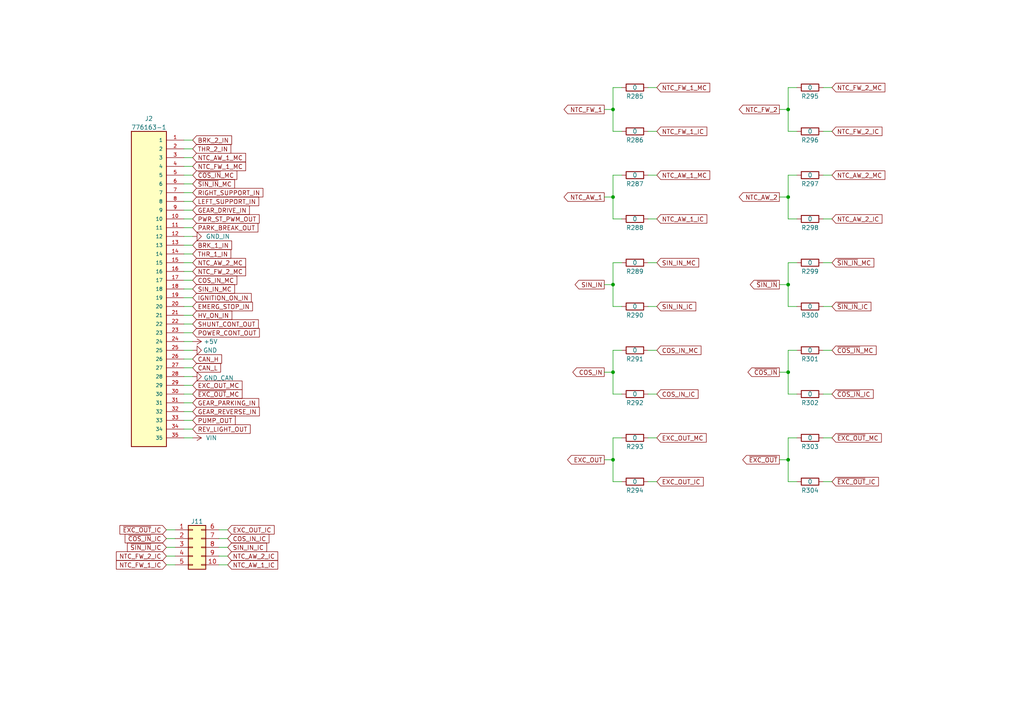
<source format=kicad_sch>
(kicad_sch (version 20250114) (generator "eeschema") (generator_version "9.0")
  (paper "A4")
  (title_block (comment 1 "НВЦТ.EVP150-2-1.3000.100 Э3"))
  (lib_symbols
    (symbol "Connector_Generic:Conn_02x05_Top_Bottom" (pin_names (offset 1.016) (hide yes))
      (property "Reference" "J" (at 1.27 7.62 0))
      (property "Value" "Conn_02x05_Top_Bottom" (at 1.27 -7.62 0))
      (symbol "Conn_02x05_Top_Bottom_1_1"
        (rectangle (start -1.27 6.35) (end 3.81 -6.35) (stroke (width 0.254)) (fill (type background)))
        (rectangle (start -1.27 5.207) (end 0 4.953) (stroke (width 0.1524)))
        (rectangle (start -1.27 2.667) (end 0 2.413) (stroke (width 0.1524)))
        (rectangle (start -1.27 0.127) (end 0 -0.127) (stroke (width 0.1524)))
        (rectangle (start -1.27 -2.413) (end 0 -2.667) (stroke (width 0.1524)))
        (rectangle (start -1.27 -4.953) (end 0 -5.207) (stroke (width 0.1524)))
        (rectangle (start 3.81 5.207) (end 2.54 4.953) (stroke (width 0.1524)))
        (rectangle (start 3.81 2.667) (end 2.54 2.413) (stroke (width 0.1524)))
        (rectangle (start 3.81 0.127) (end 2.54 -0.127) (stroke (width 0.1524)))
        (rectangle (start 3.81 -2.413) (end 2.54 -2.667) (stroke (width 0.1524)))
        (rectangle (start 3.81 -4.953) (end 2.54 -5.207) (stroke (width 0.1524)))
        (pin passive line (at -5.08 5.08 0) (length 3.81) (name "Pin_1") (number "1"))
        (pin passive line (at -5.08 2.54 0) (length 3.81) (name "Pin_2") (number "2"))
        (pin passive line (at -5.08 0 0) (length 3.81) (name "Pin_3") (number "3"))
        (pin passive line (at -5.08 -2.54 0) (length 3.81) (name "Pin_4") (number "4"))
        (pin passive line (at -5.08 -5.08 0) (length 3.81) (name "Pin_5") (number "5"))
        (pin passive line (at 7.62 5.08 180) (length 3.81) (name "Pin_6") (number "6"))
        (pin passive line (at 7.62 2.54 180) (length 3.81) (name "Pin_7") (number "7"))
        (pin passive line (at 7.62 0 180) (length 3.81) (name "Pin_8") (number "8"))
        (pin passive line (at 7.62 -2.54 180) (length 3.81) (name "Pin_9") (number "9"))
        (pin passive line (at 7.62 -5.08 180) (length 3.81) (name "Pin_10") (number "10"))
      )
    )
    (symbol "Device:R" (pin_numbers (hide yes)) (pin_names (offset 0))
      (property "Reference" "R" (at 2.032 0 90))
      (property "Value" "R" (at 0 0 90))
      (symbol "R_0_1"
        (rectangle (start -1.016 -2.54) (end 1.016 2.54) (stroke (width 0.254)))
      )
      (symbol "R_1_1"
        (pin passive line (at 0 3.81 270) (length 1.27) (name "~") (number "1"))
        (pin passive line (at 0 -3.81 90) (length 1.27) (name "~") (number "2"))
      )
    )
    (symbol "MyLibrary:VIN" (power) (pin_names (offset 0))
      (property "Value" "VIN" (at 0 3.81 0))
      (symbol "VIN_0_1"
        (polyline (pts (xy -0.762 1.27) (xy 0 2.54)))
        (polyline (pts (xy 0 2.54) (xy 0.762 1.27)))
        (polyline (pts (xy 0 0) (xy 0 2.54)))
      )
      (symbol "VIN_1_1"
        (pin power_in line (at 0 0 90) (length 0) (hide yes) (name "VIN") (number "1"))
      )
    )
    (symbol "Project_Library:776163-1" (pin_names (offset 1.016))
      (property "Reference" "J" (at -5.334 46.3042 0))
      (property "Value" "776163-1" (at -5.08 -50.8254 0))
      (symbol "776163-1_0_0"
        (rectangle (start -5.08 -45.72) (end 5.08 45.72) (stroke (width 0.254)) (fill (type background)))
        (pin passive line (at 10.16 43.18 180) (length 5.08) (name "1") (number "1"))
        (pin passive line (at 10.16 40.64 180) (length 5.08) (name "2") (number "2"))
        (pin passive line (at 10.16 38.1 180) (length 5.08) (name "3") (number "3"))
        (pin passive line (at 10.16 35.56 180) (length 5.08) (name "4") (number "4"))
        (pin passive line (at 10.16 33.02 180) (length 5.08) (name "5") (number "5"))
        (pin passive line (at 10.16 30.48 180) (length 5.08) (name "6") (number "6"))
        (pin passive line (at 10.16 27.94 180) (length 5.08) (name "7") (number "7"))
        (pin passive line (at 10.16 25.4 180) (length 5.08) (name "8") (number "8"))
        (pin passive line (at 10.16 22.86 180) (length 5.08) (name "9") (number "9"))
        (pin passive line (at 10.16 20.32 180) (length 5.08) (name "10") (number "10"))
        (pin passive line (at 10.16 17.78 180) (length 5.08) (name "11") (number "11"))
        (pin passive line (at 10.16 15.24 180) (length 5.08) (name "12") (number "12"))
        (pin passive line (at 10.16 12.7 180) (length 5.08) (name "13") (number "13"))
        (pin passive line (at 10.16 10.16 180) (length 5.08) (name "14") (number "14"))
        (pin passive line (at 10.16 7.62 180) (length 5.08) (name "15") (number "15"))
        (pin passive line (at 10.16 5.08 180) (length 5.08) (name "16") (number "16"))
        (pin passive line (at 10.16 2.54 180) (length 5.08) (name "17") (number "17"))
        (pin passive line (at 10.16 0 180) (length 5.08) (name "18") (number "18"))
        (pin passive line (at 10.16 -2.54 180) (length 5.08) (name "19") (number "19"))
        (pin passive line (at 10.16 -5.08 180) (length 5.08) (name "20") (number "20"))
        (pin passive line (at 10.16 -7.62 180) (length 5.08) (name "21") (number "21"))
        (pin passive line (at 10.16 -10.16 180) (length 5.08) (name "22") (number "22"))
        (pin passive line (at 10.16 -12.7 180) (length 5.08) (name "23") (number "23"))
        (pin passive line (at 10.16 -15.24 180) (length 5.08) (name "24") (number "24"))
        (pin passive line (at 10.16 -17.78 180) (length 5.08) (name "25") (number "25"))
        (pin passive line (at 10.16 -20.32 180) (length 5.08) (name "26") (number "26"))
        (pin passive line (at 10.16 -22.86 180) (length 5.08) (name "27") (number "27"))
        (pin passive line (at 10.16 -25.4 180) (length 5.08) (name "28") (number "28"))
        (pin passive line (at 10.16 -27.94 180) (length 5.08) (name "29") (number "29"))
        (pin passive line (at 10.16 -30.48 180) (length 5.08) (name "30") (number "30"))
        (pin passive line (at 10.16 -33.02 180) (length 5.08) (name "31") (number "31"))
        (pin passive line (at 10.16 -35.56 180) (length 5.08) (name "32") (number "32"))
        (pin passive line (at 10.16 -38.1 180) (length 5.08) (name "33") (number "33"))
        (pin passive line (at 10.16 -40.64 180) (length 5.08) (name "34") (number "34"))
        (pin passive line (at 10.16 -43.18 180) (length 5.08) (name "35") (number "35"))
      )
    )
    (symbol "Project_Library:GND_CAN" (power) (pin_names (offset 0))
      (property "Value" "GND_CAN" (at 0 -3.81 0))
      (symbol "GND_CAN_0_1"
        (polyline (pts (xy 0 0) (xy 0 -1.27) (xy 1.27 -1.27) (xy 0 -2.54) (xy -1.27 -1.27) (xy 0 -1.27)))
      )
      (symbol "GND_CAN_1_1"
        (pin power_in line (at 0 0 270) (length 0) (hide yes) (name "GND_CAN") (number "1"))
      )
    )
    (symbol "Project_Library:GND_IN" (power) (pin_names (offset 0))
      (property "Value" "GND_IN" (at 0 -3.81 0))
      (symbol "GND_IN_0_1"
        (polyline (pts (xy 0 0) (xy 0 -1.27) (xy 1.27 -1.27) (xy 0 -2.54) (xy -1.27 -1.27) (xy 0 -1.27)))
      )
      (symbol "GND_IN_1_1"
        (pin power_in line (at 0 0 270) (length 0) (hide yes) (name "GND_IN") (number "1"))
      )
    )
    (symbol "power:+5V" (power) (pin_names (offset 0))
      (property "Value" "+5V" (at 0 3.556 0))
      (symbol "+5V_0_1"
        (polyline (pts (xy -0.762 1.27) (xy 0 2.54)))
        (polyline (pts (xy 0 2.54) (xy 0.762 1.27)))
        (polyline (pts (xy 0 0) (xy 0 2.54)))
      )
      (symbol "+5V_1_1"
        (pin power_in line (at 0 0 90) (length 0) (hide yes) (name "+5V") (number "1"))
      )
    )
    (symbol "power:GND" (power) (pin_names (offset 0))
      (property "Value" "GND" (at 0 -3.81 0))
      (symbol "GND_0_1"
        (polyline (pts (xy 0 0) (xy 0 -1.27) (xy 1.27 -1.27) (xy 0 -2.54) (xy -1.27 -1.27) (xy 0 -1.27)))
      )
      (symbol "GND_1_1"
        (pin power_in line (at 0 0 270) (length 0) (hide yes) (name "GND") (number "1"))
      )
    )
  )
  (junction (at 177.8 57.15))
  (junction (at 177.8 82.55))
  (junction (at 228.6 107.95))
  (junction (at 177.8 31.75))
  (junction (at 228.6 133.35))
  (junction (at 228.6 31.75))
  (junction (at 228.6 82.55))
  (junction (at 177.8 107.95))
  (junction (at 177.8 133.35))
  (junction (at 228.6 57.15))
  (wire (pts (xy 180.34 76.2) (xy 177.8 76.2)))
  (wire (pts (xy 226.06 107.95) (xy 228.6 107.95)))
  (wire (pts (xy 53.34 116.84) (xy 55.88 116.84)))
  (wire (pts (xy 53.34 119.38) (xy 55.88 119.38)))
  (wire (pts (xy 226.06 57.15) (xy 228.6 57.15)))
  (wire (pts (xy 53.34 53.34) (xy 55.88 53.34)))
  (wire (pts (xy 53.34 99.06) (xy 55.88 99.06)))
  (wire (pts (xy 53.34 68.58) (xy 55.88 68.58)))
  (wire (pts (xy 53.34 63.5) (xy 55.88 63.5)))
  (wire (pts (xy 53.34 96.52) (xy 55.88 96.52)))
  (wire (pts (xy 231.14 50.8) (xy 228.6 50.8)))
  (wire (pts (xy 177.8 57.15) (xy 177.8 63.5)))
  (wire (pts (xy 180.34 101.6) (xy 177.8 101.6)))
  (wire (pts (xy 53.34 40.64) (xy 55.88 40.64)))
  (wire (pts (xy 177.8 101.6) (xy 177.8 107.95)))
  (wire (pts (xy 228.6 76.2) (xy 228.6 82.55)))
  (wire (pts (xy 175.26 107.95) (xy 177.8 107.95)))
  (wire (pts (xy 187.96 88.9) (xy 190.5 88.9)))
  (wire (pts (xy 63.5 161.29) (xy 66.04 161.29)))
  (wire (pts (xy 226.06 31.75) (xy 228.6 31.75)))
  (wire (pts (xy 177.8 127) (xy 177.8 133.35)))
  (wire (pts (xy 48.26 156.21) (xy 50.8 156.21)))
  (wire (pts (xy 53.34 106.68) (xy 55.88 106.68)))
  (wire (pts (xy 228.6 114.3) (xy 231.14 114.3)))
  (wire (pts (xy 238.76 139.7) (xy 241.3 139.7)))
  (wire (pts (xy 187.96 101.6) (xy 190.5 101.6)))
  (wire (pts (xy 226.06 133.35) (xy 228.6 133.35)))
  (wire (pts (xy 228.6 82.55) (xy 228.6 88.9)))
  (wire (pts (xy 48.26 158.75) (xy 50.8 158.75)))
  (wire (pts (xy 187.96 25.4) (xy 190.5 25.4)))
  (wire (pts (xy 187.96 114.3) (xy 190.5 114.3)))
  (wire (pts (xy 226.06 82.55) (xy 228.6 82.55)))
  (wire (pts (xy 63.5 156.21) (xy 66.04 156.21)))
  (wire (pts (xy 175.26 133.35) (xy 177.8 133.35)))
  (wire (pts (xy 228.6 63.5) (xy 231.14 63.5)))
  (wire (pts (xy 53.34 124.46) (xy 55.88 124.46)))
  (wire (pts (xy 53.34 88.9) (xy 55.88 88.9)))
  (wire (pts (xy 228.6 88.9) (xy 231.14 88.9)))
  (wire (pts (xy 53.34 111.76) (xy 55.88 111.76)))
  (wire (pts (xy 228.6 57.15) (xy 228.6 63.5)))
  (wire (pts (xy 53.34 73.66) (xy 55.88 73.66)))
  (wire (pts (xy 53.34 101.6) (xy 55.88 101.6)))
  (wire (pts (xy 53.34 66.04) (xy 55.88 66.04)))
  (wire (pts (xy 180.34 127) (xy 177.8 127)))
  (wire (pts (xy 180.34 25.4) (xy 177.8 25.4)))
  (wire (pts (xy 228.6 31.75) (xy 228.6 38.1)))
  (wire (pts (xy 53.34 60.96) (xy 55.88 60.96)))
  (wire (pts (xy 177.8 114.3) (xy 180.34 114.3)))
  (wire (pts (xy 177.8 25.4) (xy 177.8 31.75)))
  (wire (pts (xy 177.8 139.7) (xy 180.34 139.7)))
  (wire (pts (xy 53.34 121.92) (xy 55.88 121.92)))
  (wire (pts (xy 177.8 63.5) (xy 180.34 63.5)))
  (wire (pts (xy 238.76 127) (xy 241.3 127)))
  (wire (pts (xy 53.34 43.18) (xy 55.88 43.18)))
  (wire (pts (xy 53.34 114.3) (xy 55.88 114.3)))
  (wire (pts (xy 187.96 50.8) (xy 190.5 50.8)))
  (wire (pts (xy 231.14 76.2) (xy 228.6 76.2)))
  (wire (pts (xy 231.14 101.6) (xy 228.6 101.6)))
  (wire (pts (xy 180.34 50.8) (xy 177.8 50.8)))
  (wire (pts (xy 48.26 161.29) (xy 50.8 161.29)))
  (wire (pts (xy 53.34 50.8) (xy 55.88 50.8)))
  (wire (pts (xy 228.6 139.7) (xy 231.14 139.7)))
  (wire (pts (xy 177.8 107.95) (xy 177.8 114.3)))
  (wire (pts (xy 187.96 139.7) (xy 190.5 139.7)))
  (wire (pts (xy 53.34 58.42) (xy 55.88 58.42)))
  (wire (pts (xy 63.5 163.83) (xy 66.04 163.83)))
  (wire (pts (xy 175.26 31.75) (xy 177.8 31.75)))
  (wire (pts (xy 53.34 109.22) (xy 55.88 109.22)))
  (wire (pts (xy 228.6 127) (xy 228.6 133.35)))
  (wire (pts (xy 175.26 82.55) (xy 177.8 82.55)))
  (wire (pts (xy 53.34 81.28) (xy 55.88 81.28)))
  (wire (pts (xy 63.5 158.75) (xy 66.04 158.75)))
  (wire (pts (xy 63.5 153.67) (xy 66.04 153.67)))
  (wire (pts (xy 53.34 76.2) (xy 55.88 76.2)))
  (wire (pts (xy 53.34 55.88) (xy 55.88 55.88)))
  (wire (pts (xy 53.34 127) (xy 55.88 127)))
  (wire (pts (xy 228.6 38.1) (xy 231.14 38.1)))
  (wire (pts (xy 48.26 153.67) (xy 50.8 153.67)))
  (wire (pts (xy 228.6 50.8) (xy 228.6 57.15)))
  (wire (pts (xy 177.8 31.75) (xy 177.8 38.1)))
  (wire (pts (xy 53.34 45.72) (xy 55.88 45.72)))
  (wire (pts (xy 238.76 88.9) (xy 241.3 88.9)))
  (wire (pts (xy 231.14 127) (xy 228.6 127)))
  (wire (pts (xy 53.34 71.12) (xy 55.88 71.12)))
  (wire (pts (xy 48.26 163.83) (xy 50.8 163.83)))
  (wire (pts (xy 238.76 50.8) (xy 241.3 50.8)))
  (wire (pts (xy 53.34 48.26) (xy 55.88 48.26)))
  (wire (pts (xy 177.8 88.9) (xy 180.34 88.9)))
  (wire (pts (xy 53.34 86.36) (xy 55.88 86.36)))
  (wire (pts (xy 228.6 25.4) (xy 228.6 31.75)))
  (wire (pts (xy 177.8 82.55) (xy 177.8 88.9)))
  (wire (pts (xy 53.34 78.74) (xy 55.88 78.74)))
  (wire (pts (xy 177.8 76.2) (xy 177.8 82.55)))
  (wire (pts (xy 228.6 101.6) (xy 228.6 107.95)))
  (wire (pts (xy 187.96 63.5) (xy 190.5 63.5)))
  (wire (pts (xy 238.76 25.4) (xy 241.3 25.4)))
  (wire (pts (xy 175.26 57.15) (xy 177.8 57.15)))
  (wire (pts (xy 187.96 127) (xy 190.5 127)))
  (wire (pts (xy 238.76 114.3) (xy 241.3 114.3)))
  (wire (pts (xy 53.34 91.44) (xy 55.88 91.44)))
  (wire (pts (xy 228.6 133.35) (xy 228.6 139.7)))
  (wire (pts (xy 238.76 76.2) (xy 241.3 76.2)))
  (wire (pts (xy 53.34 104.14) (xy 55.88 104.14)))
  (wire (pts (xy 238.76 101.6) (xy 241.3 101.6)))
  (wire (pts (xy 238.76 63.5) (xy 241.3 63.5)))
  (wire (pts (xy 228.6 107.95) (xy 228.6 114.3)))
  (wire (pts (xy 53.34 83.82) (xy 55.88 83.82)))
  (wire (pts (xy 187.96 76.2) (xy 190.5 76.2)))
  (wire (pts (xy 177.8 50.8) (xy 177.8 57.15)))
  (wire (pts (xy 53.34 93.98) (xy 55.88 93.98)))
  (wire (pts (xy 231.14 25.4) (xy 228.6 25.4)))
  (wire (pts (xy 177.8 38.1) (xy 180.34 38.1)))
  (wire (pts (xy 238.76 38.1) (xy 241.3 38.1)))
  (wire (pts (xy 177.8 133.35) (xy 177.8 139.7)))
  (wire (pts (xy 187.96 38.1) (xy 190.5 38.1)))
  (global_label "BRK_2_IN" (shape input) (at 55.88 40.64 0) (property "Intersheetrefs" "${INTERSHEET_REFS}" (effects (hide yes))))
  (global_label "GEAR_PARKING_IN" (shape input) (at 55.88 116.84 0) (property "Intersheetrefs" "${INTERSHEET_REFS}" (effects (hide yes))))
  (global_label "EXC_OUT_MC" (shape input) (at 190.5 127 0) (property "Intersheetrefs" "${INTERSHEET_REFS}" (effects (hide yes))))
  (global_label "~{COS_IN}_MC" (shape input) (at 241.3 101.6 0) (property "Intersheetrefs" "${INTERSHEET_REFS}" (effects (hide yes))))
  (global_label "NTC_FW_1_IC" (shape input) (at 48.26 163.83 180) (property "Intersheetrefs" "${INTERSHEET_REFS}" (effects (hide yes))))
  (global_label "NTC_AW_1_IC" (shape input) (at 190.5 63.5 0) (property "Intersheetrefs" "${INTERSHEET_REFS}" (effects (hide yes))))
  (global_label "~{SIN_IN}_IC" (shape input) (at 48.26 158.75 180) (property "Intersheetrefs" "${INTERSHEET_REFS}" (effects (hide yes))))
  (global_label "~{SIN_IN}" (shape output) (at 226.06 82.55 180) (property "Intersheetrefs" "${INTERSHEET_REFS}" (effects (hide yes))))
  (global_label "EXC_OUT_MC" (shape input) (at 55.88 111.76 0) (property "Intersheetrefs" "${INTERSHEET_REFS}" (effects (hide yes))))
  (global_label "GEAR_DRIVE_IN" (shape input) (at 55.88 60.96 0) (property "Intersheetrefs" "${INTERSHEET_REFS}" (effects (hide yes))))
  (global_label "COS_IN_IC" (shape input) (at 190.5 114.3 0) (property "Intersheetrefs" "${INTERSHEET_REFS}" (effects (hide yes))))
  (global_label "NTC_FW_2_IC" (shape input) (at 241.3 38.1 0) (property "Intersheetrefs" "${INTERSHEET_REFS}" (effects (hide yes))))
  (global_label "EXC_OUT" (shape output) (at 175.26 133.35 180) (property "Intersheetrefs" "${INTERSHEET_REFS}" (effects (hide yes))))
  (global_label "NTC_FW_1_IC" (shape input) (at 190.5 38.1 0) (property "Intersheetrefs" "${INTERSHEET_REFS}" (effects (hide yes))))
  (global_label "EMERG_STOP_IN" (shape input) (at 55.88 88.9 0) (property "Intersheetrefs" "${INTERSHEET_REFS}" (effects (hide yes))))
  (global_label "~{SIN_IN}_IC" (shape input) (at 241.3 88.9 0) (property "Intersheetrefs" "${INTERSHEET_REFS}" (effects (hide yes))))
  (global_label "NTC_AW_2_MC" (shape input) (at 55.88 76.2 0) (property "Intersheetrefs" "${INTERSHEET_REFS}" (effects (hide yes))))
  (global_label "GEAR_REVERSE_IN" (shape input) (at 55.88 119.38 0) (property "Intersheetrefs" "${INTERSHEET_REFS}" (effects (hide yes))))
  (global_label "IGNITION_ON_IN" (shape input) (at 55.88 86.36 0) (property "Intersheetrefs" "${INTERSHEET_REFS}" (effects (hide yes))))
  (global_label "NTC_FW_2_MC" (shape input) (at 55.88 78.74 0) (property "Intersheetrefs" "${INTERSHEET_REFS}" (effects (hide yes))))
  (global_label "~{EXC_OUT}_MC" (shape input) (at 241.3 127 0) (property "Intersheetrefs" "${INTERSHEET_REFS}" (effects (hide yes))))
  (global_label "~{COS_IN}_MC" (shape input) (at 55.88 50.8 0) (property "Intersheetrefs" "${INTERSHEET_REFS}" (effects (hide yes))))
  (global_label "POWER_CONT_OUT" (shape input) (at 55.88 96.52 0) (property "Intersheetrefs" "${INTERSHEET_REFS}" (effects (hide yes))))
  (global_label "CAN_L" (shape input) (at 55.88 106.68 0) (property "Intersheetrefs" "${INTERSHEET_REFS}" (effects (hide yes))))
  (global_label "SIN_IN_MC" (shape input) (at 190.5 76.2 0) (property "Intersheetrefs" "${INTERSHEET_REFS}" (effects (hide yes))))
  (global_label "HV_ON_IN" (shape input) (at 55.88 91.44 0) (property "Intersheetrefs" "${INTERSHEET_REFS}" (effects (hide yes))))
  (global_label "NTC_AW_1_MC" (shape input) (at 55.88 45.72 0) (property "Intersheetrefs" "${INTERSHEET_REFS}" (effects (hide yes))))
  (global_label "EXC_OUT_IC" (shape input) (at 190.5 139.7 0) (property "Intersheetrefs" "${INTERSHEET_REFS}" (effects (hide yes))))
  (global_label "SHUNT_CONT_OUT" (shape input) (at 55.88 93.98 0) (property "Intersheetrefs" "${INTERSHEET_REFS}" (effects (hide yes))))
  (global_label "NTC_FW_1" (shape output) (at 175.26 31.75 180) (property "Intersheetrefs" "${INTERSHEET_REFS}" (effects (hide yes))))
  (global_label "NTC_AW_2" (shape output) (at 226.06 57.15 180) (property "Intersheetrefs" "${INTERSHEET_REFS}" (effects (hide yes))))
  (global_label "NTC_FW_2" (shape output) (at 226.06 31.75 180) (property "Intersheetrefs" "${INTERSHEET_REFS}" (effects (hide yes))))
  (global_label "EXC_OUT_IC" (shape input) (at 66.04 153.67 0) (property "Intersheetrefs" "${INTERSHEET_REFS}" (effects (hide yes))))
  (global_label "PWR_ST_PWM_OUT" (shape input) (at 55.88 63.5 0) (property "Intersheetrefs" "${INTERSHEET_REFS}" (effects (hide yes))))
  (global_label "COS_IN_MC" (shape input) (at 55.88 81.28 0) (property "Intersheetrefs" "${INTERSHEET_REFS}" (effects (hide yes))))
  (global_label "SIN_IN_MC" (shape input) (at 55.88 83.82 0) (property "Intersheetrefs" "${INTERSHEET_REFS}" (effects (hide yes))))
  (global_label "~{EXC_OUT}" (shape output) (at 226.06 133.35 180) (property "Intersheetrefs" "${INTERSHEET_REFS}" (effects (hide yes))))
  (global_label "BRK_1_IN" (shape input) (at 55.88 71.12 0) (property "Intersheetrefs" "${INTERSHEET_REFS}" (effects (hide yes))))
  (global_label "~{COS_IN}_IC" (shape input) (at 241.3 114.3 0) (property "Intersheetrefs" "${INTERSHEET_REFS}" (effects (hide yes))))
  (global_label "THR_1_IN" (shape input) (at 55.88 73.66 0) (property "Intersheetrefs" "${INTERSHEET_REFS}" (effects (hide yes))))
  (global_label "NTC_AW_2_IC" (shape input) (at 66.04 161.29 0) (property "Intersheetrefs" "${INTERSHEET_REFS}" (effects (hide yes))))
  (global_label "~{COS_IN}_IC" (shape input) (at 48.26 156.21 180) (property "Intersheetrefs" "${INTERSHEET_REFS}" (effects (hide yes))))
  (global_label "COS_IN_MC" (shape input) (at 190.5 101.6 0) (property "Intersheetrefs" "${INTERSHEET_REFS}" (effects (hide yes))))
  (global_label "NTC_AW_1_MC" (shape input) (at 190.5 50.8 0) (property "Intersheetrefs" "${INTERSHEET_REFS}" (effects (hide yes))))
  (global_label "NTC_FW_2_IC" (shape input) (at 48.26 161.29 180) (property "Intersheetrefs" "${INTERSHEET_REFS}" (effects (hide yes))))
  (global_label "PARK_BREAK_OUT" (shape input) (at 55.88 66.04 0) (property "Intersheetrefs" "${INTERSHEET_REFS}" (effects (hide yes))))
  (global_label "SIN_IN" (shape output) (at 175.26 82.55 180) (property "Intersheetrefs" "${INTERSHEET_REFS}" (effects (hide yes))))
  (global_label "COS_IN_IC" (shape input) (at 66.04 156.21 0) (property "Intersheetrefs" "${INTERSHEET_REFS}" (effects (hide yes))))
  (global_label "NTC_AW_2_MC" (shape input) (at 241.3 50.8 0) (property "Intersheetrefs" "${INTERSHEET_REFS}" (effects (hide yes))))
  (global_label "REV_LIGHT_OUT" (shape input) (at 55.88 124.46 0) (property "Intersheetrefs" "${INTERSHEET_REFS}" (effects (hide yes))))
  (global_label "PUMP_OUT" (shape input) (at 55.88 121.92 0) (property "Intersheetrefs" "${INTERSHEET_REFS}" (effects (hide yes))))
  (global_label "NTC_AW_1_IC" (shape input) (at 66.04 163.83 0) (property "Intersheetrefs" "${INTERSHEET_REFS}" (effects (hide yes))))
  (global_label "SIN_IN_IC" (shape input) (at 66.04 158.75 0) (property "Intersheetrefs" "${INTERSHEET_REFS}" (effects (hide yes))))
  (global_label "LEFT_SUPPORT_IN" (shape input) (at 55.88 58.42 0) (property "Intersheetrefs" "${INTERSHEET_REFS}" (effects (hide yes))))
  (global_label "~{SIN_IN}_MC" (shape input) (at 241.3 76.2 0) (property "Intersheetrefs" "${INTERSHEET_REFS}" (effects (hide yes))))
  (global_label "NTC_FW_1_MC" (shape input) (at 190.5 25.4 0) (property "Intersheetrefs" "${INTERSHEET_REFS}" (effects (hide yes))))
  (global_label "NTC_AW_2_IC" (shape input) (at 241.3 63.5 0) (property "Intersheetrefs" "${INTERSHEET_REFS}" (effects (hide yes))))
  (global_label "~{COS_IN}" (shape output) (at 226.06 107.95 180) (property "Intersheetrefs" "${INTERSHEET_REFS}" (effects (hide yes))))
  (global_label "COS_IN" (shape output) (at 175.26 107.95 180) (property "Intersheetrefs" "${INTERSHEET_REFS}" (effects (hide yes))))
  (global_label "RIGHT_SUPPORT_IN" (shape input) (at 55.88 55.88 0) (property "Intersheetrefs" "${INTERSHEET_REFS}" (effects (hide yes))))
  (global_label "~{EXC_OUT}_IC" (shape input) (at 48.26 153.67 180) (property "Intersheetrefs" "${INTERSHEET_REFS}" (effects (hide yes))))
  (global_label "SIN_IN_IC" (shape input) (at 190.5 88.9 0) (property "Intersheetrefs" "${INTERSHEET_REFS}" (effects (hide yes))))
  (global_label "NTC_FW_1_MC" (shape input) (at 55.88 48.26 0) (property "Intersheetrefs" "${INTERSHEET_REFS}" (effects (hide yes))))
  (global_label "~{SIN_IN}_MC" (shape input) (at 55.88 53.34 0) (property "Intersheetrefs" "${INTERSHEET_REFS}" (effects (hide yes))))
  (global_label "NTC_FW_2_MC" (shape input) (at 241.3 25.4 0) (property "Intersheetrefs" "${INTERSHEET_REFS}" (effects (hide yes))))
  (global_label "CAN_H" (shape input) (at 55.88 104.14 0) (property "Intersheetrefs" "${INTERSHEET_REFS}" (effects (hide yes))))
  (global_label "NTC_AW_1" (shape output) (at 175.26 57.15 180) (property "Intersheetrefs" "${INTERSHEET_REFS}" (effects (hide yes))))
  (global_label "THR_2_IN" (shape input) (at 55.88 43.18 0) (property "Intersheetrefs" "${INTERSHEET_REFS}" (effects (hide yes))))
  (global_label "~{EXC_OUT}_IC" (shape input) (at 241.3 139.7 0) (property "Intersheetrefs" "${INTERSHEET_REFS}" (effects (hide yes))))
  (global_label "~{EXC_OUT}_MC" (shape input) (at 55.88 114.3 0) (property "Intersheetrefs" "${INTERSHEET_REFS}" (effects (hide yes))))
  (symbol (lib_id "Device:R") (at 234.95 88.9 90) (unit 1)
    (property "Reference" "R300" (at 234.95 91.44 90))
    (property "Value" "0" (at 234.95 88.9 90))
    (property "Footprint" "Resistor_SMD:R_0603_1608Metric" (effects (hide yes)))
  )
  (symbol (lib_id "Device:R") (at 234.95 101.6 90) (unit 1)
    (property "Reference" "R301" (at 234.95 104.14 90))
    (property "Value" "0" (at 234.95 101.6 90))
    (property "Footprint" "Resistor_SMD:R_0603_1608Metric" (effects (hide yes)))
  )
  (symbol (lib_id "MyLibrary:VIN") (at 55.88 127 270) (unit 1)
    (property "Reference" "#PWR0439" (effects (hide yes)))
    (property "Value" "VIN" (at 59.69 127 90) (effects (justify left)))
  )
  (symbol (lib_id "Device:R") (at 234.95 76.2 90) (unit 1)
    (property "Reference" "R299" (at 234.95 78.74 90))
    (property "Value" "0" (at 234.95 76.2 90))
    (property "Footprint" "Resistor_SMD:R_0603_1608Metric" (effects (hide yes)))
  )
  (symbol (lib_id "Device:R") (at 234.95 139.7 90) (unit 1)
    (property "Reference" "R304" (at 234.95 142.24 90))
    (property "Value" "0" (at 234.95 139.7 90))
    (property "Footprint" "Resistor_SMD:R_0603_1608Metric" (effects (hide yes)))
  )
  (symbol (lib_id "Device:R") (at 184.15 50.8 90) (unit 1)
    (property "Reference" "R287" (at 184.15 53.34 90))
    (property "Value" "0" (at 184.15 50.8 90))
    (property "Footprint" "Resistor_SMD:R_0603_1608Metric" (effects (hide yes)))
  )
  (symbol (lib_id "Device:R") (at 184.15 76.2 90) (unit 1)
    (property "Reference" "R289" (at 184.15 78.74 90))
    (property "Value" "0" (at 184.15 76.2 90))
    (property "Footprint" "Resistor_SMD:R_0603_1608Metric" (effects (hide yes)))
  )
  (symbol (lib_id "power:GND") (at 55.88 101.6 90) (unit 1)
    (property "Reference" "#PWR0447" (effects (hide yes)))
    (property "Value" "GND" (at 60.96 101.6 90))
  )
  (symbol (lib_id "Device:R") (at 184.15 63.5 90) (unit 1)
    (property "Reference" "R288" (at 184.15 66.04 90))
    (property "Value" "0" (at 184.15 63.5 90))
    (property "Footprint" "Resistor_SMD:R_0603_1608Metric" (effects (hide yes)))
  )
  (symbol (lib_id "Project_Library:GND_IN") (at 55.88 68.58 90) (unit 1)
    (property "Reference" "#PWR0444" (effects (hide yes)))
    (property "Value" "GND_IN" (at 59.69 68.58 90) (effects (justify right)))
  )
  (symbol (lib_id "Device:R") (at 184.15 127 90) (unit 1)
    (property "Reference" "R293" (at 184.15 129.54 90))
    (property "Value" "0" (at 184.15 127 90))
    (property "Footprint" "Resistor_SMD:R_0603_1608Metric" (effects (hide yes)))
  )
  (symbol (lib_id "Device:R") (at 184.15 38.1 90) (unit 1)
    (property "Reference" "R286" (at 184.15 40.64 90))
    (property "Value" "0" (at 184.15 38.1 90))
    (property "Footprint" "Resistor_SMD:R_0603_1608Metric" (effects (hide yes)))
  )
  (symbol (lib_id "Device:R") (at 184.15 114.3 90) (unit 1)
    (property "Reference" "R292" (at 184.15 116.84 90))
    (property "Value" "0" (at 184.15 114.3 90))
    (property "Footprint" "Resistor_SMD:R_0603_1608Metric" (effects (hide yes)))
  )
  (symbol (lib_id "Project_Library:GND_CAN") (at 55.88 109.22 90) (unit 1)
    (property "Reference" "#PWR0107" (effects (hide yes)))
    (property "Value" "GND_CAN" (at 59.055 109.6538 90) (effects (justify right)))
  )
  (symbol (lib_id "power:+5V") (at 55.88 99.06 270) (unit 1)
    (property "Reference" "#PWR0446" (effects (hide yes)))
    (property "Value" "+5V" (at 59.055 99.06 90) (effects (justify left)))
  )
  (symbol (lib_id "Device:R") (at 184.15 101.6 90) (unit 1)
    (property "Reference" "R291" (at 184.15 104.14 90))
    (property "Value" "0" (at 184.15 101.6 90))
    (property "Footprint" "Resistor_SMD:R_0603_1608Metric" (effects (hide yes)))
  )
  (symbol (lib_id "Device:R") (at 234.95 63.5 90) (unit 1)
    (property "Reference" "R298" (at 234.95 66.04 90))
    (property "Value" "0" (at 234.95 63.5 90))
    (property "Footprint" "Resistor_SMD:R_0603_1608Metric" (effects (hide yes)))
  )
  (symbol (lib_id "Device:R") (at 234.95 127 90) (unit 1)
    (property "Reference" "R303" (at 234.95 129.54 90))
    (property "Value" "0" (at 234.95 127 90))
    (property "Footprint" "Resistor_SMD:R_0603_1608Metric" (effects (hide yes)))
  )
  (symbol (lib_id "Connector_Generic:Conn_02x05_Top_Bottom") (at 55.88 158.75 0) (unit 1)
    (property "Reference" "J11" (at 57.15 151.2372 0))
    (property "Value" "Conn_02x05_Top_Bottom" (effects (hide yes)))
    (property "Footprint" "Connector_Molex:Molex_Micro-Fit_3.0_43045-1000_2x05_P3.00mm_Horizontal" (effects (hide yes)))
  )
  (symbol (lib_id "Device:R") (at 234.95 25.4 90) (unit 1)
    (property "Reference" "R295" (at 234.95 27.94 90))
    (property "Value" "0" (at 234.95 25.4 90))
    (property "Footprint" "Resistor_SMD:R_0603_1608Metric" (effects (hide yes)))
  )
  (symbol (lib_id "Device:R") (at 234.95 38.1 90) (unit 1)
    (property "Reference" "R296" (at 234.95 40.64 90))
    (property "Value" "0" (at 234.95 38.1 90))
    (property "Footprint" "Resistor_SMD:R_0603_1608Metric" (effects (hide yes)))
  )
  (symbol (lib_id "Device:R") (at 184.15 88.9 90) (unit 1)
    (property "Reference" "R290" (at 184.15 91.44 90))
    (property "Value" "0" (at 184.15 88.9 90))
    (property "Footprint" "Resistor_SMD:R_0603_1608Metric" (effects (hide yes)))
  )
  (symbol (lib_id "Device:R") (at 234.95 50.8 90) (unit 1)
    (property "Reference" "R297" (at 234.95 53.34 90))
    (property "Value" "0" (at 234.95 50.8 90))
    (property "Footprint" "Resistor_SMD:R_0603_1608Metric" (effects (hide yes)))
  )
  (symbol (lib_id "Device:R") (at 184.15 25.4 90) (unit 1)
    (property "Reference" "R285" (at 184.15 27.94 90))
    (property "Value" "0" (at 184.15 25.4 90))
    (property "Footprint" "Resistor_SMD:R_0603_1608Metric" (effects (hide yes)))
  )
  (symbol (lib_id "Project_Library:776163-1") (at 43.18 83.82 0) (unit 1)
    (property "Reference" "J2" (at 43.18 34.4002 0))
    (property "Value" "776163-1" (at 43.18 36.9371 0))
    (property "Footprint" "Project_Library:TE_776163-1" (effects (hide yes)))
    (property "EU_RoHS_Compliance" "Compliant" (effects (hide yes)))
    (property "Comment" "776163-1" (effects (hide yes)))
  )
  (symbol (lib_id "Device:R") (at 184.15 139.7 90) (unit 1)
    (property "Reference" "R294" (at 184.15 142.24 90))
    (property "Value" "0" (at 184.15 139.7 90))
    (property "Footprint" "Resistor_SMD:R_0603_1608Metric" (effects (hide yes)))
  )
  (symbol (lib_id "Device:R") (at 234.95 114.3 90) (unit 1)
    (property "Reference" "R302" (at 234.95 116.84 90))
    (property "Value" "0" (at 234.95 114.3 90))
    (property "Footprint" "Resistor_SMD:R_0603_1608Metric" (effects (hide yes)))
  )
)
</source>
